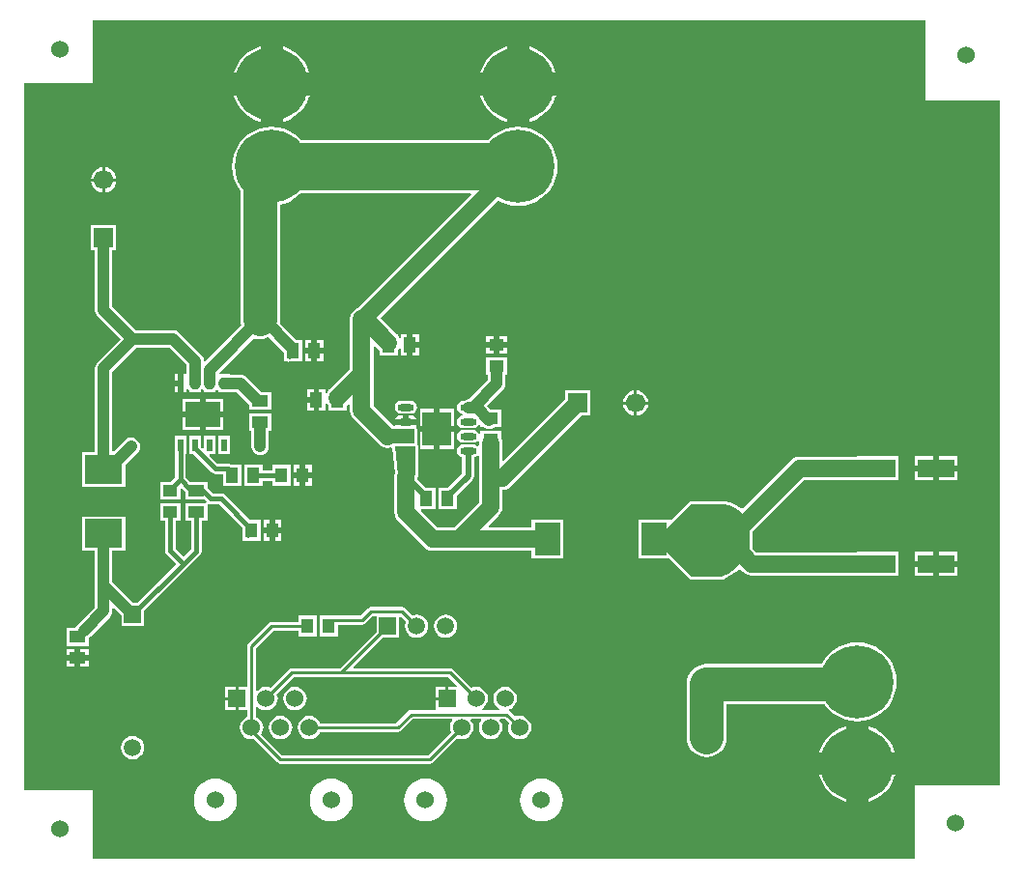
<source format=gtl>
G04*
G04 #@! TF.GenerationSoftware,Altium Limited,Altium Designer,20.0.12 (288)*
G04*
G04 Layer_Physical_Order=1*
G04 Layer_Color=255*
%FSLAX25Y25*%
%MOIN*%
G70*
G01*
G75*
%ADD12C,0.01000*%
%ADD16R,0.04134X0.05118*%
%ADD17R,0.05118X0.04134*%
%ADD18R,0.12795X0.09843*%
%ADD19R,0.09843X0.11811*%
%ADD20O,0.05709X0.02362*%
%ADD21R,0.01968X0.04331*%
%ADD22R,0.12205X0.08661*%
%ADD23R,0.12598X0.06299*%
%ADD24R,0.04134X0.05512*%
%ADD25R,0.05512X0.04134*%
%ADD26R,0.09055X0.11417*%
%ADD48C,0.04000*%
%ADD49C,0.01500*%
%ADD50C,0.11811*%
%ADD51C,0.06000*%
%ADD52C,0.16200*%
%ADD53C,0.02000*%
%ADD54R,0.09449X0.05512*%
%ADD55C,0.25197*%
%ADD56R,0.05906X0.05906*%
%ADD57C,0.05906*%
%ADD58C,0.06000*%
%ADD59R,0.06000X0.06000*%
%ADD60R,0.05906X0.05906*%
%ADD61R,0.06693X0.06693*%
%ADD62C,0.06693*%
%ADD63R,0.06693X0.06693*%
%ADD64C,0.02362*%
G36*
X397638Y285433D02*
X423228Y285433D01*
Y49213D01*
X393701D01*
Y23622D01*
X110236Y23622D01*
Y47244D01*
X86614Y47244D01*
X86614Y291339D01*
X110236Y291339D01*
X110236Y312992D01*
X397638Y312992D01*
X397638Y285433D01*
D02*
G37*
%LPC*%
G36*
X260937Y304040D02*
Y294937D01*
X270040D01*
X269973Y295215D01*
X269154Y297193D01*
X268035Y299018D01*
X266645Y300645D01*
X265018Y302035D01*
X263193Y303154D01*
X261215Y303973D01*
X260937Y304040D01*
D02*
G37*
G36*
X175937D02*
Y294937D01*
X185040D01*
X184973Y295215D01*
X184154Y297193D01*
X183035Y299018D01*
X181645Y300645D01*
X180018Y302035D01*
X178193Y303154D01*
X176215Y303973D01*
X175937Y304040D01*
D02*
G37*
G36*
X253063D02*
X252785Y303973D01*
X250807Y303154D01*
X248982Y302035D01*
X247355Y300645D01*
X245965Y299018D01*
X244846Y297193D01*
X244027Y295215D01*
X243960Y294937D01*
X253063D01*
Y304040D01*
D02*
G37*
G36*
X168063D02*
X167785Y303973D01*
X165807Y303154D01*
X163982Y302035D01*
X162355Y300645D01*
X160965Y299018D01*
X159846Y297193D01*
X159027Y295215D01*
X158960Y294937D01*
X168063D01*
Y304040D01*
D02*
G37*
G36*
X270040Y287063D02*
X260937D01*
Y277960D01*
X261215Y278027D01*
X263193Y278846D01*
X265018Y279965D01*
X266645Y281355D01*
X268035Y282982D01*
X269154Y284807D01*
X269973Y286785D01*
X270040Y287063D01*
D02*
G37*
G36*
X185040D02*
X175937D01*
Y277960D01*
X176215Y278027D01*
X178193Y278846D01*
X180018Y279965D01*
X181645Y281355D01*
X183035Y282982D01*
X184154Y284807D01*
X184973Y286785D01*
X185040Y287063D01*
D02*
G37*
G36*
X253063D02*
X243960D01*
X244027Y286785D01*
X244846Y284807D01*
X245965Y282982D01*
X247355Y281355D01*
X248982Y279965D01*
X250807Y278846D01*
X252785Y278027D01*
X253063Y277960D01*
Y287063D01*
D02*
G37*
G36*
X168063D02*
X158960D01*
X159027Y286785D01*
X159846Y284807D01*
X160965Y282982D01*
X162355Y281355D01*
X163982Y279965D01*
X165807Y278846D01*
X167785Y278027D01*
X168063Y277960D01*
Y287063D01*
D02*
G37*
G36*
X257000Y276294D02*
X254866Y276126D01*
X252785Y275626D01*
X250807Y274807D01*
X248982Y273689D01*
X247355Y272299D01*
X246927Y271798D01*
X182073D01*
X181645Y272299D01*
X180018Y273689D01*
X178193Y274807D01*
X176215Y275626D01*
X174134Y276126D01*
X172000Y276294D01*
X169866Y276126D01*
X167785Y275626D01*
X165807Y274807D01*
X163982Y273689D01*
X162355Y272299D01*
X160965Y270671D01*
X159846Y268846D01*
X159027Y266869D01*
X158528Y264787D01*
X158360Y262653D01*
X158528Y260520D01*
X159027Y258438D01*
X159846Y256461D01*
X160965Y254636D01*
X161061Y254523D01*
Y210000D01*
X161194Y208646D01*
X161467Y207747D01*
X148949Y195228D01*
X148486Y195419D01*
Y195539D01*
X148383Y196323D01*
X148081Y197052D01*
X147600Y197679D01*
X147600Y197679D01*
X140140Y205140D01*
X139513Y205621D01*
X138783Y205923D01*
X138000Y206026D01*
X125253D01*
X117026Y214253D01*
Y233653D01*
X118347D01*
Y242347D01*
X109653D01*
Y233653D01*
X110974D01*
Y213000D01*
X111077Y212217D01*
X111380Y211487D01*
X111860Y210860D01*
X119721Y203000D01*
X111860Y195140D01*
X111380Y194513D01*
X111077Y193783D01*
X110974Y193000D01*
Y163921D01*
X106602D01*
Y152079D01*
X121398D01*
Y159642D01*
X125616Y163860D01*
X126097Y164487D01*
X126399Y165217D01*
X126502Y166000D01*
X126399Y166783D01*
X126097Y167513D01*
X125616Y168140D01*
X124989Y168621D01*
X124259Y168923D01*
X123476Y169026D01*
X122693Y168923D01*
X121963Y168621D01*
X121337Y168140D01*
X117526Y164329D01*
X117026Y164536D01*
Y191747D01*
X125253Y199974D01*
X136747D01*
X142435Y194286D01*
Y190921D01*
X141445D01*
Y187756D01*
Y184591D01*
X142445D01*
Y185937D01*
X142945Y186106D01*
X143321Y185616D01*
X143476Y185497D01*
Y184591D01*
X147445D01*
Y185497D01*
X147600Y185616D01*
X147629Y185654D01*
X148167Y185679D01*
X148476Y185370D01*
Y184591D01*
X152445D01*
Y185370D01*
X152754Y185679D01*
X153292Y185654D01*
X153321Y185616D01*
X153476Y185497D01*
Y184591D01*
X157445D01*
Y184730D01*
X159943D01*
X164244Y180429D01*
Y178575D01*
X171756D01*
Y184709D01*
X168523D01*
X163337Y189895D01*
X162710Y190376D01*
X161980Y190679D01*
X161197Y190782D01*
X157445D01*
Y190921D01*
X153908D01*
X153700Y191421D01*
X165747Y203467D01*
X166646Y203194D01*
X168000Y203061D01*
X169354Y203194D01*
X170655Y203589D01*
X170996Y203772D01*
X176291Y198477D01*
Y196892D01*
X176262Y196744D01*
X176291Y196596D01*
Y195244D01*
X177644D01*
X177791Y195215D01*
X177939Y195244D01*
X182425D01*
Y202756D01*
X180571D01*
X174776Y208550D01*
X174806Y208646D01*
X174939Y210000D01*
Y249374D01*
X176215Y249681D01*
X178193Y250500D01*
X180018Y251618D01*
X181645Y253008D01*
X182073Y253509D01*
X240674D01*
X240865Y253048D01*
X201545Y213727D01*
X200983Y213494D01*
X200147Y212853D01*
X199506Y212017D01*
X199103Y211044D01*
X198966Y210000D01*
Y192718D01*
X192003Y185756D01*
X191575D01*
Y185263D01*
X191148Y184706D01*
X190925Y184169D01*
X190425Y184268D01*
Y185756D01*
X188342D01*
Y182000D01*
Y178244D01*
X190425D01*
Y181109D01*
X190925Y181209D01*
X191148Y180672D01*
X191575Y180115D01*
Y178244D01*
X197709D01*
Y180050D01*
X198503Y180845D01*
X198966Y180654D01*
Y178453D01*
X198966Y178453D01*
X199103Y177409D01*
X199506Y176436D01*
X200147Y175600D01*
X209100Y166647D01*
X209936Y166006D01*
X210909Y165603D01*
X211953Y165465D01*
X212998Y165603D01*
X213107Y165648D01*
X213536Y165392D01*
X214390Y156856D01*
X214375Y156820D01*
X214237Y155776D01*
Y143228D01*
X214237Y143228D01*
X214375Y142184D01*
X214778Y141211D01*
X215419Y140375D01*
X224647Y131147D01*
X224647Y131147D01*
X225483Y130506D01*
X226456Y130103D01*
X227500Y129965D01*
X236500D01*
X236500Y129965D01*
X236500Y129965D01*
X261567D01*
Y127291D01*
X272622D01*
Y140709D01*
X261567D01*
Y138034D01*
X246894D01*
X246702Y138496D01*
X250353Y142147D01*
X250994Y142983D01*
X251397Y143956D01*
X251535Y145000D01*
X251535Y145000D01*
Y150970D01*
X252544Y151103D01*
X253517Y151506D01*
X254353Y152147D01*
X278859Y176654D01*
X281846D01*
Y183699D01*
X281876Y183846D01*
X281846Y183994D01*
Y185346D01*
X280494D01*
X280346Y185376D01*
X280199Y185346D01*
X273153D01*
Y182359D01*
X251996Y161202D01*
X251535Y161393D01*
Y167000D01*
X251397Y168044D01*
X251059Y168860D01*
Y171425D01*
X243941D01*
Y170535D01*
X243478Y170367D01*
X243441Y170374D01*
X242974Y171072D01*
X242253Y171555D01*
X241402Y171724D01*
X238055D01*
X237204Y171555D01*
X236483Y171072D01*
X236001Y170351D01*
X235831Y169500D01*
X236001Y168649D01*
X236483Y167928D01*
X237204Y167446D01*
X238055Y167276D01*
X241402D01*
X242253Y167446D01*
X242974Y167928D01*
X243084Y167934D01*
X243526Y167461D01*
X243465Y167000D01*
Y166237D01*
X242974Y166072D01*
X242253Y166554D01*
X241402Y166724D01*
X238055D01*
X237204Y166554D01*
X236483Y166072D01*
X236001Y165351D01*
X235831Y164500D01*
X236001Y163649D01*
X236483Y162927D01*
X237204Y162445D01*
X237689Y162349D01*
Y156620D01*
X232825Y151756D01*
X229575D01*
Y144244D01*
X235709D01*
Y148872D01*
X241170Y154334D01*
X241612Y154995D01*
X241768Y155776D01*
Y162349D01*
X242253Y162445D01*
X242974Y162927D01*
X243465Y162763D01*
Y155000D01*
Y146671D01*
X234829Y138034D01*
X229171D01*
X223424Y143782D01*
X223615Y144244D01*
X228425D01*
Y151756D01*
X225175D01*
X222306Y154625D01*
Y155407D01*
X222442Y155610D01*
X222520Y156000D01*
Y166000D01*
X222442Y166390D01*
X222221Y166721D01*
X222036Y166845D01*
X222066Y167000D01*
Y168985D01*
X222169Y169500D01*
X222066Y170015D01*
Y172000D01*
X221989Y172390D01*
X221851Y172596D01*
X221851Y172596D01*
X221768Y172721D01*
X221739Y173250D01*
X221742Y173264D01*
X221910Y173516D01*
X218272D01*
X214454D01*
X214241Y173202D01*
X213985Y173174D01*
X207034Y180124D01*
Y191000D01*
Y200654D01*
X207497Y200845D01*
X209291Y199050D01*
Y197244D01*
X215425D01*
Y199115D01*
X215852Y199672D01*
X216075Y200209D01*
X216575Y200110D01*
Y197244D01*
X218657D01*
Y201000D01*
Y204756D01*
X216575D01*
Y203269D01*
X216075Y203169D01*
X215852Y203706D01*
X215425Y204263D01*
Y204756D01*
X214997D01*
X209491Y210262D01*
X250139Y250909D01*
X250807Y250500D01*
X252785Y249681D01*
X254866Y249181D01*
X257000Y249013D01*
X259134Y249181D01*
X261215Y249681D01*
X263193Y250500D01*
X265018Y251618D01*
X266645Y253008D01*
X268035Y254636D01*
X269154Y256461D01*
X269973Y258438D01*
X270473Y260520D01*
X270640Y262653D01*
X270473Y264787D01*
X269973Y266869D01*
X269154Y268846D01*
X268035Y270671D01*
X266645Y272299D01*
X265018Y273689D01*
X263193Y274807D01*
X261215Y275626D01*
X259134Y276126D01*
X257000Y276294D01*
D02*
G37*
G36*
X114500Y262318D02*
Y258500D01*
X118318D01*
X118235Y259135D01*
X117797Y260192D01*
X117100Y261100D01*
X116192Y261797D01*
X115135Y262235D01*
X114500Y262318D01*
D02*
G37*
G36*
X113500D02*
X112865Y262235D01*
X111808Y261797D01*
X110900Y261100D01*
X110203Y260192D01*
X109765Y259135D01*
X109682Y258500D01*
X113500D01*
Y262318D01*
D02*
G37*
G36*
X118318Y257500D02*
X114500D01*
Y253682D01*
X115135Y253765D01*
X116192Y254203D01*
X117100Y254900D01*
X117797Y255808D01*
X118235Y256865D01*
X118318Y257500D01*
D02*
G37*
G36*
X113500D02*
X109682D01*
X109765Y256865D01*
X110203Y255808D01*
X110900Y254900D01*
X111808Y254203D01*
X112865Y253765D01*
X113500Y253682D01*
Y257500D01*
D02*
G37*
G36*
X222709Y204756D02*
X220626D01*
Y201984D01*
X222709D01*
Y204756D01*
D02*
G37*
G36*
X253059Y204067D02*
X250484D01*
Y201984D01*
X253059D01*
Y204067D01*
D02*
G37*
G36*
X248516D02*
X245941D01*
Y201984D01*
X248516D01*
Y204067D01*
D02*
G37*
G36*
X189709Y202756D02*
X187626D01*
Y199984D01*
X189709D01*
Y202756D01*
D02*
G37*
G36*
X185658D02*
X183575D01*
Y199984D01*
X185658D01*
Y202756D01*
D02*
G37*
G36*
X253059Y200016D02*
X250484D01*
Y197933D01*
X253059D01*
Y200016D01*
D02*
G37*
G36*
X248516D02*
X245941D01*
Y197933D01*
X248516D01*
Y200016D01*
D02*
G37*
G36*
X222709Y200016D02*
X220626D01*
Y197244D01*
X222709D01*
Y200016D01*
D02*
G37*
G36*
X189709Y198016D02*
X187626D01*
Y195244D01*
X189709D01*
Y198016D01*
D02*
G37*
G36*
X185658D02*
X183575D01*
Y195244D01*
X185658D01*
Y198016D01*
D02*
G37*
G36*
X139476Y190921D02*
X138476D01*
Y188740D01*
X139476D01*
Y190921D01*
D02*
G37*
G36*
Y186772D02*
X138476D01*
Y184591D01*
X139476D01*
Y186772D01*
D02*
G37*
G36*
X186374Y185756D02*
X184291D01*
Y182984D01*
X186374D01*
Y185756D01*
D02*
G37*
G36*
X298000Y185318D02*
Y181500D01*
X301818D01*
X301735Y182135D01*
X301297Y183192D01*
X300600Y184100D01*
X299692Y184797D01*
X298635Y185235D01*
X298000Y185318D01*
D02*
G37*
G36*
X297000D02*
X296365Y185235D01*
X295308Y184797D01*
X294400Y184100D01*
X293703Y183192D01*
X293265Y182135D01*
X293182Y181500D01*
X297000D01*
Y185318D01*
D02*
G37*
G36*
X186374Y181016D02*
X184291D01*
Y178244D01*
X186374D01*
Y181016D01*
D02*
G37*
G36*
X155260Y182358D02*
X149142D01*
Y178012D01*
X155260D01*
Y182358D01*
D02*
G37*
G36*
X147173D02*
X141055D01*
Y178012D01*
X147173D01*
Y182358D01*
D02*
G37*
G36*
X219945Y181724D02*
X216598D01*
X215747Y181554D01*
X215026Y181072D01*
X214544Y180351D01*
X214375Y179500D01*
X214544Y178649D01*
X215026Y177927D01*
X215747Y177445D01*
X216598Y177276D01*
X219945D01*
X220796Y177445D01*
X221517Y177927D01*
X221999Y178649D01*
X222169Y179500D01*
X221999Y180351D01*
X221517Y181072D01*
X220796Y181554D01*
X219945Y181724D01*
D02*
G37*
G36*
X301818Y180500D02*
X298000D01*
Y176682D01*
X298635Y176765D01*
X299692Y177203D01*
X300600Y177900D01*
X301297Y178808D01*
X301735Y179865D01*
X301818Y180500D01*
D02*
G37*
G36*
X297000D02*
X293182D01*
X293265Y179865D01*
X293703Y178808D01*
X294400Y177900D01*
X295308Y177203D01*
X296365Y176765D01*
X297000Y176682D01*
Y180500D01*
D02*
G37*
G36*
X219945Y176724D02*
X219256D01*
Y175484D01*
X221910D01*
X221517Y176073D01*
X220796Y176555D01*
X219945Y176724D01*
D02*
G37*
G36*
X217287D02*
X216598D01*
X215747Y176555D01*
X215026Y176073D01*
X214633Y175484D01*
X217287D01*
Y176724D01*
D02*
G37*
G36*
X234921Y178905D02*
X229984D01*
Y172984D01*
X234921D01*
Y178905D01*
D02*
G37*
G36*
X228016D02*
X223079D01*
Y172984D01*
X228016D01*
Y178905D01*
D02*
G37*
G36*
X253059Y196783D02*
X245941D01*
Y190650D01*
X246474D01*
Y188852D01*
X239872Y182250D01*
X239206Y182162D01*
X238476Y181860D01*
X238299Y181724D01*
X238055D01*
X237204Y181554D01*
X236483Y181072D01*
X236001Y180351D01*
X235831Y179500D01*
X236001Y178649D01*
X236483Y177927D01*
X237204Y177445D01*
X237652Y177356D01*
X237788Y177180D01*
X237734Y176858D01*
X237629Y176639D01*
X237204Y176555D01*
X236483Y176073D01*
X236001Y175351D01*
X235831Y174500D01*
X236001Y173649D01*
X236483Y172927D01*
X237204Y172445D01*
X238055Y172276D01*
X241402D01*
X242253Y172445D01*
X242974Y172927D01*
X243423Y173599D01*
X243477Y173629D01*
X243891Y173484D01*
X243941Y173465D01*
Y172575D01*
X245240D01*
X245495Y172380D01*
X246225Y172077D01*
X247008Y171974D01*
X247791Y172077D01*
X248521Y172380D01*
X248775Y172575D01*
X251059D01*
Y178709D01*
X247579D01*
X246234Y180053D01*
X251640Y185459D01*
X251640Y185459D01*
X252120Y186085D01*
X252423Y186815D01*
X252526Y187598D01*
X252526Y187599D01*
Y190650D01*
X253059D01*
Y196783D01*
D02*
G37*
G36*
X155260Y176043D02*
X149142D01*
Y171697D01*
X155260D01*
Y176043D01*
D02*
G37*
G36*
X147173D02*
X141055D01*
Y171697D01*
X147173D01*
Y176043D01*
D02*
G37*
G36*
X152445Y169661D02*
X148476D01*
Y165476D01*
X148014Y165285D01*
X147445Y165854D01*
Y169661D01*
X143476D01*
Y163331D01*
X144922D01*
X151258Y156994D01*
X151837Y156607D01*
X152520Y156472D01*
X155291D01*
Y152244D01*
X161425D01*
Y159756D01*
X157696D01*
X157474Y159904D01*
X156791Y160040D01*
X153259D01*
X150430Y162869D01*
X150621Y163331D01*
X152445D01*
Y169661D01*
D02*
G37*
G36*
X234921Y171016D02*
X229984D01*
Y165094D01*
X234921D01*
Y171016D01*
D02*
G37*
G36*
X228016D02*
X223079D01*
Y165094D01*
X228016D01*
Y171016D01*
D02*
G37*
G36*
X157445Y169661D02*
X153476D01*
Y163331D01*
X157445D01*
Y169661D01*
D02*
G37*
G36*
X171756Y177425D02*
X164244D01*
Y171291D01*
X164974D01*
Y166000D01*
X165077Y165217D01*
X165380Y164487D01*
X165860Y163860D01*
X166487Y163380D01*
X167217Y163077D01*
X168000Y162974D01*
X168783Y163077D01*
X169513Y163380D01*
X170140Y163860D01*
X170621Y164487D01*
X170923Y165217D01*
X171026Y166000D01*
Y171291D01*
X171756D01*
Y177425D01*
D02*
G37*
G36*
X388299Y162650D02*
X373701D01*
Y162534D01*
X354067D01*
X354067Y162534D01*
X353023Y162397D01*
X352050Y161994D01*
X351214Y161353D01*
X334481Y144620D01*
X333941Y144615D01*
X332303Y145710D01*
X332210Y145748D01*
X332127Y145804D01*
X330307Y146558D01*
X330209Y146577D01*
X330116Y146616D01*
X328184Y147000D01*
X328083D01*
X327985Y147020D01*
X316472D01*
X316082Y146942D01*
X315752Y146721D01*
X309890Y140859D01*
X309433Y140709D01*
Y140709D01*
X309433Y140709D01*
X298378D01*
Y127291D01*
X309215D01*
X316276Y120282D01*
Y120008D01*
X316862D01*
X317000Y119980D01*
X327000D01*
X327020Y119984D01*
X327041Y119981D01*
X327151Y120008D01*
X327724D01*
Y120189D01*
X328220Y120385D01*
X328265Y120413D01*
X328315Y120428D01*
X329931Y121265D01*
X329973Y121298D01*
X330022Y121318D01*
X331544Y122316D01*
X331581Y122353D01*
X331628Y122377D01*
X333040Y123526D01*
X333052Y123540D01*
X333448Y123846D01*
X334647Y122647D01*
X335483Y122006D01*
X336456Y121603D01*
X337500Y121466D01*
X373701D01*
Y121350D01*
X388299D01*
Y129650D01*
X373701D01*
Y129534D01*
X339171D01*
X337969Y130737D01*
X337976Y130778D01*
X338017Y130928D01*
X338012Y130964D01*
X338020Y131000D01*
Y136747D01*
X355738Y154465D01*
X373701D01*
Y154350D01*
X388299D01*
Y162650D01*
D02*
G37*
G36*
X408378D02*
X402063D01*
Y159484D01*
X408378D01*
Y162650D01*
D02*
G37*
G36*
X400095D02*
X393779D01*
Y159484D01*
X400095D01*
Y162650D01*
D02*
G37*
G36*
X185709Y159559D02*
X183626D01*
Y156984D01*
X185709D01*
Y159559D01*
D02*
G37*
G36*
X181658D02*
X179575D01*
Y156984D01*
X181658D01*
Y159559D01*
D02*
G37*
G36*
X408378Y157516D02*
X402063D01*
Y154350D01*
X408378D01*
Y157516D01*
D02*
G37*
G36*
X400095D02*
X393779D01*
Y154350D01*
X400095D01*
Y157516D01*
D02*
G37*
G36*
X142445Y169661D02*
X138476D01*
Y163331D01*
X138676D01*
Y155334D01*
X137051Y153709D01*
X135089D01*
X134941Y153738D01*
X134793Y153709D01*
X133441D01*
Y152357D01*
X133412Y152209D01*
X133441Y152061D01*
Y147575D01*
X140559D01*
Y151319D01*
X141021Y151511D01*
X142244Y150288D01*
Y147575D01*
X148902D01*
X149551Y146925D01*
X149344Y146425D01*
X142244D01*
Y140291D01*
X144216D01*
Y130568D01*
X141586Y127938D01*
X138784Y130739D01*
Y140291D01*
X140559D01*
Y146425D01*
X133441D01*
Y140291D01*
X135216D01*
Y130000D01*
X135352Y129317D01*
X135738Y128738D01*
X139010Y125467D01*
X125429Y111886D01*
X124327D01*
X117026Y119186D01*
Y130032D01*
X121398D01*
Y141874D01*
X106602D01*
Y130032D01*
X110974D01*
Y117933D01*
Y110537D01*
X105116Y104679D01*
X104635Y104052D01*
X104345Y103350D01*
X101244D01*
Y97216D01*
X108756D01*
Y99914D01*
X108769Y99919D01*
X109396Y100400D01*
X116140Y107144D01*
X116140Y107144D01*
X116621Y107771D01*
X116923Y108500D01*
X117026Y109283D01*
Y109975D01*
X117488Y110166D01*
X120047Y107607D01*
Y103980D01*
X127953D01*
Y109362D01*
X142532Y123942D01*
X142848Y124153D01*
X147262Y128567D01*
X147262Y128567D01*
X147649Y129146D01*
X147784Y129828D01*
X147784Y129829D01*
Y140291D01*
X149756D01*
Y146125D01*
X150256Y146393D01*
X150317Y146352D01*
X151000Y146216D01*
X153753D01*
X161933Y138036D01*
Y135089D01*
X161904Y134941D01*
X161933Y134793D01*
Y133441D01*
X163285D01*
X163433Y133412D01*
X163581Y133441D01*
X168067D01*
Y140559D01*
X164456D01*
X155754Y149262D01*
X155175Y149648D01*
X154492Y149784D01*
X151739D01*
X149756Y151768D01*
Y153709D01*
X143870D01*
X142245Y155334D01*
Y163331D01*
X142445D01*
Y169661D01*
D02*
G37*
G36*
X185709Y155016D02*
X183626D01*
Y152441D01*
X185709D01*
Y155016D01*
D02*
G37*
G36*
X181658D02*
X179575D01*
Y152441D01*
X181658D01*
Y155016D01*
D02*
G37*
G36*
X168709Y159756D02*
X162575D01*
Y152244D01*
X168709D01*
Y154216D01*
X172291D01*
Y152441D01*
X178425D01*
Y159559D01*
X172291D01*
Y157784D01*
X168709D01*
Y159756D01*
D02*
G37*
G36*
X175350Y140559D02*
X173268D01*
Y137984D01*
X175350D01*
Y140559D01*
D02*
G37*
G36*
X171299D02*
X169217D01*
Y137984D01*
X171299D01*
Y140559D01*
D02*
G37*
G36*
X175350Y136016D02*
X173268D01*
Y133441D01*
X175350D01*
Y136016D01*
D02*
G37*
G36*
X171299D02*
X169217D01*
Y133441D01*
X171299D01*
Y136016D01*
D02*
G37*
G36*
X408378Y129650D02*
X402063D01*
Y126484D01*
X408378D01*
Y129650D01*
D02*
G37*
G36*
X400095D02*
X393779D01*
Y126484D01*
X400095D01*
Y129650D01*
D02*
G37*
G36*
X408378Y124516D02*
X402063D01*
Y121350D01*
X408378D01*
Y124516D01*
D02*
G37*
G36*
X400095D02*
X393779D01*
Y121350D01*
X400095D01*
Y124516D01*
D02*
G37*
G36*
X216957Y110573D02*
X206179D01*
X205593Y110456D01*
X205097Y110125D01*
X202561Y107588D01*
X193209D01*
X193061Y107559D01*
X188575D01*
Y100441D01*
X194709D01*
Y104530D01*
X203194D01*
X203780Y104646D01*
X204276Y104978D01*
X206812Y107514D01*
X208047D01*
Y102210D01*
X195367Y89529D01*
X179000D01*
X178415Y89413D01*
X177919Y89081D01*
X171532Y82695D01*
X171044Y82897D01*
X170000Y83034D01*
X168956Y82897D01*
X167983Y82494D01*
X167147Y81853D01*
X167003Y81665D01*
X166529Y81826D01*
Y96367D01*
X172634Y102471D01*
X181291D01*
Y100441D01*
X187425D01*
Y107559D01*
X181291D01*
Y105529D01*
X172000D01*
X171415Y105413D01*
X170919Y105081D01*
X163919Y98081D01*
X163587Y97585D01*
X163471Y97000D01*
Y83000D01*
X160500D01*
Y79000D01*
Y75000D01*
X163471D01*
Y72696D01*
X162983Y72494D01*
X162147Y71853D01*
X161506Y71017D01*
X161103Y70044D01*
X160966Y69000D01*
X161103Y67956D01*
X161506Y66983D01*
X162147Y66147D01*
X162983Y65506D01*
X163956Y65103D01*
X165000Y64965D01*
X165770Y65067D01*
X173919Y56919D01*
X174415Y56587D01*
X175000Y56471D01*
X226500D01*
X227085Y56587D01*
X227581Y56919D01*
X235968Y65305D01*
X236456Y65103D01*
X237500Y64965D01*
X238544Y65103D01*
X239517Y65506D01*
X240353Y66147D01*
X240994Y66983D01*
X241397Y67956D01*
X241534Y69000D01*
X241397Y70044D01*
X240994Y71017D01*
X240646Y71471D01*
X240893Y71971D01*
X244107D01*
X244354Y71471D01*
X244006Y71017D01*
X243603Y70044D01*
X243465Y69000D01*
X243603Y67956D01*
X244006Y66983D01*
X244647Y66147D01*
X245483Y65506D01*
X246456Y65103D01*
X247500Y64965D01*
X248544Y65103D01*
X249517Y65506D01*
X250353Y66147D01*
X250994Y66983D01*
X251397Y67956D01*
X251535Y69000D01*
X251397Y70044D01*
X250994Y71017D01*
X250646Y71471D01*
X250893Y71971D01*
X252366D01*
X253805Y70532D01*
X253603Y70044D01*
X253466Y69000D01*
X253603Y67956D01*
X254006Y66983D01*
X254647Y66147D01*
X255483Y65506D01*
X256456Y65103D01*
X257500Y64965D01*
X258544Y65103D01*
X259517Y65506D01*
X260353Y66147D01*
X260994Y66983D01*
X261397Y67956D01*
X261535Y69000D01*
X261397Y70044D01*
X260994Y71017D01*
X260353Y71853D01*
X259517Y72494D01*
X258544Y72897D01*
X257500Y73035D01*
X256456Y72897D01*
X255968Y72695D01*
X254081Y74581D01*
X253894Y74707D01*
X253950Y75271D01*
X254517Y75506D01*
X255353Y76147D01*
X255994Y76983D01*
X256397Y77956D01*
X256535Y79000D01*
X256397Y80044D01*
X255994Y81017D01*
X255353Y81853D01*
X254517Y82494D01*
X253544Y82897D01*
X252500Y83034D01*
X251456Y82897D01*
X250483Y82494D01*
X249647Y81853D01*
X249006Y81017D01*
X248603Y80044D01*
X248465Y79000D01*
X248603Y77956D01*
X249006Y76983D01*
X249647Y76147D01*
X250452Y75529D01*
X250455Y75476D01*
X250200Y75029D01*
X244800D01*
X244545Y75476D01*
X244548Y75529D01*
X245353Y76147D01*
X245994Y76983D01*
X246397Y77956D01*
X246534Y79000D01*
X246397Y80044D01*
X245994Y81017D01*
X245353Y81853D01*
X244517Y82494D01*
X243544Y82897D01*
X242500Y83034D01*
X241456Y82897D01*
X240968Y82695D01*
X234581Y89081D01*
X234085Y89413D01*
X233500Y89529D01*
X200346D01*
X200154Y89991D01*
X210210Y100047D01*
X215953D01*
Y107201D01*
X216453Y107384D01*
X218341Y105496D01*
X218149Y105032D01*
X218013Y104000D01*
X218149Y102968D01*
X218547Y102007D01*
X219181Y101181D01*
X220007Y100547D01*
X220968Y100149D01*
X222000Y100013D01*
X223032Y100149D01*
X223993Y100547D01*
X224819Y101181D01*
X225453Y102007D01*
X225851Y102968D01*
X225987Y104000D01*
X225851Y105032D01*
X225453Y105993D01*
X224819Y106819D01*
X223993Y107453D01*
X223032Y107851D01*
X222000Y107987D01*
X220968Y107851D01*
X220504Y107659D01*
X218038Y110125D01*
X217542Y110456D01*
X216957Y110573D01*
D02*
G37*
G36*
X232000Y107987D02*
X230968Y107851D01*
X230007Y107453D01*
X229181Y106819D01*
X228547Y105993D01*
X228149Y105032D01*
X228013Y104000D01*
X228149Y102968D01*
X228547Y102007D01*
X229181Y101181D01*
X230007Y100547D01*
X230968Y100149D01*
X232000Y100013D01*
X233032Y100149D01*
X233993Y100547D01*
X234819Y101181D01*
X235453Y102007D01*
X235851Y102968D01*
X235987Y104000D01*
X235851Y105032D01*
X235453Y105993D01*
X234819Y106819D01*
X233993Y107453D01*
X233032Y107851D01*
X232000Y107987D01*
D02*
G37*
G36*
X108756Y96067D02*
X105984D01*
Y93984D01*
X108756D01*
Y96067D01*
D02*
G37*
G36*
X104016D02*
X101244D01*
Y93984D01*
X104016D01*
Y96067D01*
D02*
G37*
G36*
X108756Y92016D02*
X105984D01*
Y89933D01*
X108756D01*
Y92016D01*
D02*
G37*
G36*
X104016D02*
X101244D01*
Y89933D01*
X104016D01*
Y92016D01*
D02*
G37*
G36*
X159500Y83000D02*
X156000D01*
Y79500D01*
X159500D01*
Y83000D01*
D02*
G37*
G36*
Y78500D02*
X156000D01*
Y75000D01*
X159500D01*
Y78500D01*
D02*
G37*
G36*
X374000Y98487D02*
X371866Y98319D01*
X369785Y97819D01*
X367807Y97000D01*
X365982Y95882D01*
X364355Y94492D01*
X362965Y92864D01*
X361846Y91039D01*
X361805Y90939D01*
X322020D01*
X320666Y90806D01*
X319364Y90411D01*
X318165Y89770D01*
X317113Y88907D01*
X316250Y87855D01*
X315609Y86655D01*
X315214Y85354D01*
X315081Y84000D01*
Y65693D01*
X315214Y64339D01*
X315609Y63038D01*
X316250Y61838D01*
X317113Y60786D01*
X318165Y59923D01*
X319364Y59282D01*
X320666Y58887D01*
X322020Y58754D01*
X323373Y58887D01*
X324675Y59282D01*
X325875Y59923D01*
X326926Y60786D01*
X327789Y61838D01*
X328430Y63038D01*
X328825Y64339D01*
X328959Y65693D01*
Y77061D01*
X362822D01*
X362965Y76829D01*
X364355Y75201D01*
X365982Y73811D01*
X367807Y72693D01*
X369785Y71874D01*
X371866Y71374D01*
X374000Y71206D01*
X376134Y71374D01*
X378215Y71874D01*
X380193Y72693D01*
X382018Y73811D01*
X383645Y75201D01*
X385035Y76829D01*
X386154Y78654D01*
X386973Y80631D01*
X387473Y82713D01*
X387641Y84847D01*
X387473Y86980D01*
X386973Y89062D01*
X386154Y91039D01*
X385035Y92864D01*
X383645Y94492D01*
X382018Y95882D01*
X380193Y97000D01*
X378215Y97819D01*
X376134Y98319D01*
X374000Y98487D01*
D02*
G37*
G36*
X377937Y69540D02*
Y60437D01*
X387040D01*
X386973Y60715D01*
X386154Y62693D01*
X385035Y64518D01*
X383645Y66145D01*
X382018Y67535D01*
X380193Y68654D01*
X378215Y69473D01*
X377937Y69540D01*
D02*
G37*
G36*
X370063D02*
X369785Y69473D01*
X367807Y68654D01*
X365982Y67535D01*
X364355Y66145D01*
X362965Y64518D01*
X361846Y62693D01*
X361027Y60715D01*
X360960Y60437D01*
X370063D01*
Y69540D01*
D02*
G37*
G36*
X124000Y66054D02*
X122968Y65918D01*
X122007Y65520D01*
X121181Y64886D01*
X120547Y64060D01*
X120149Y63099D01*
X120013Y62067D01*
X120149Y61035D01*
X120547Y60074D01*
X121181Y59248D01*
X122007Y58614D01*
X122968Y58216D01*
X124000Y58080D01*
X125032Y58216D01*
X125993Y58614D01*
X126819Y59248D01*
X127453Y60074D01*
X127851Y61035D01*
X127987Y62067D01*
X127851Y63099D01*
X127453Y64060D01*
X126819Y64886D01*
X125993Y65520D01*
X125032Y65918D01*
X124000Y66054D01*
D02*
G37*
G36*
X387040Y52563D02*
X377937D01*
Y43460D01*
X378215Y43527D01*
X380193Y44346D01*
X382018Y45465D01*
X383645Y46855D01*
X385035Y48482D01*
X386154Y50307D01*
X386973Y52285D01*
X387040Y52563D01*
D02*
G37*
G36*
X370063D02*
X360960D01*
X361027Y52285D01*
X361846Y50307D01*
X362965Y48482D01*
X364355Y46855D01*
X365982Y45465D01*
X367807Y44346D01*
X369785Y43527D01*
X370063Y43460D01*
Y52563D01*
D02*
G37*
G36*
X265000Y51433D02*
X263550Y51291D01*
X262155Y50868D01*
X260870Y50181D01*
X259744Y49256D01*
X258819Y48130D01*
X258132Y46845D01*
X257709Y45450D01*
X257567Y44000D01*
X257709Y42550D01*
X258132Y41155D01*
X258819Y39870D01*
X259744Y38744D01*
X260870Y37819D01*
X262155Y37132D01*
X263550Y36709D01*
X265000Y36567D01*
X266450Y36709D01*
X267845Y37132D01*
X269130Y37819D01*
X270256Y38744D01*
X271181Y39870D01*
X271868Y41155D01*
X272291Y42550D01*
X272433Y44000D01*
X272291Y45450D01*
X271868Y46845D01*
X271181Y48130D01*
X270256Y49256D01*
X269130Y50181D01*
X267845Y50868D01*
X266450Y51291D01*
X265000Y51433D01*
D02*
G37*
G36*
X225000D02*
X223550Y51291D01*
X222155Y50868D01*
X220870Y50181D01*
X219744Y49256D01*
X218819Y48130D01*
X218132Y46845D01*
X217709Y45450D01*
X217567Y44000D01*
X217709Y42550D01*
X218132Y41155D01*
X218819Y39870D01*
X219744Y38744D01*
X220870Y37819D01*
X222155Y37132D01*
X223550Y36709D01*
X225000Y36567D01*
X226450Y36709D01*
X227845Y37132D01*
X229130Y37819D01*
X230256Y38744D01*
X231181Y39870D01*
X231868Y41155D01*
X232291Y42550D01*
X232433Y44000D01*
X232291Y45450D01*
X231868Y46845D01*
X231181Y48130D01*
X230256Y49256D01*
X229130Y50181D01*
X227845Y50868D01*
X226450Y51291D01*
X225000Y51433D01*
D02*
G37*
G36*
X192500D02*
X191050Y51291D01*
X189655Y50868D01*
X188370Y50181D01*
X187244Y49256D01*
X186319Y48130D01*
X185632Y46845D01*
X185209Y45450D01*
X185067Y44000D01*
X185209Y42550D01*
X185632Y41155D01*
X186319Y39870D01*
X187244Y38744D01*
X188370Y37819D01*
X189655Y37132D01*
X191050Y36709D01*
X192500Y36567D01*
X193950Y36709D01*
X195345Y37132D01*
X196630Y37819D01*
X197756Y38744D01*
X198681Y39870D01*
X199368Y41155D01*
X199791Y42550D01*
X199933Y44000D01*
X199791Y45450D01*
X199368Y46845D01*
X198681Y48130D01*
X197756Y49256D01*
X196630Y50181D01*
X195345Y50868D01*
X193950Y51291D01*
X192500Y51433D01*
D02*
G37*
G36*
X152500D02*
X151050Y51291D01*
X149655Y50868D01*
X148370Y50181D01*
X147244Y49256D01*
X146319Y48130D01*
X145632Y46845D01*
X145209Y45450D01*
X145067Y44000D01*
X145209Y42550D01*
X145632Y41155D01*
X146319Y39870D01*
X147244Y38744D01*
X148370Y37819D01*
X149655Y37132D01*
X151050Y36709D01*
X152500Y36567D01*
X153950Y36709D01*
X155345Y37132D01*
X156630Y37819D01*
X157756Y38744D01*
X158681Y39870D01*
X159368Y41155D01*
X159791Y42550D01*
X159933Y44000D01*
X159791Y45450D01*
X159368Y46845D01*
X158681Y48130D01*
X157756Y49256D01*
X156630Y50181D01*
X155345Y50868D01*
X153950Y51291D01*
X152500Y51433D01*
D02*
G37*
%LPD*%
G36*
X221047Y167000D02*
X211953D01*
X211953Y172000D01*
X221047D01*
Y167000D01*
D02*
G37*
G36*
X221500Y156000D02*
X215500D01*
X214500Y166000D01*
X221500D01*
Y156000D01*
D02*
G37*
G36*
X329917Y145616D02*
X331737Y144862D01*
X333375Y143767D01*
X334768Y142375D01*
X335862Y140737D01*
X336616Y138917D01*
X337000Y136985D01*
Y136000D01*
Y131000D01*
X337000Y131000D01*
X336666Y130153D01*
X335830Y128537D01*
X334832Y127015D01*
X333683Y125603D01*
X332397Y124317D01*
X330985Y123168D01*
X329463Y122170D01*
X327847Y121334D01*
X327000Y121000D01*
Y121000D01*
X317000D01*
X304189Y133716D01*
X316472Y146000D01*
X327985D01*
X329917Y145616D01*
D02*
G37*
G36*
X235875Y83462D02*
X235684Y83000D01*
X233000D01*
Y79000D01*
X232500D01*
Y78500D01*
X228500D01*
Y75029D01*
X220109D01*
X219523Y74913D01*
X219027Y74581D01*
X214975Y70529D01*
X188696D01*
X188494Y71017D01*
X187853Y71853D01*
X187017Y72494D01*
X186044Y72897D01*
X185000Y73035D01*
X183956Y72897D01*
X182983Y72494D01*
X182147Y71853D01*
X181506Y71017D01*
X181103Y70044D01*
X180965Y69000D01*
X181103Y67956D01*
X181506Y66983D01*
X182147Y66147D01*
X182983Y65506D01*
X183956Y65103D01*
X185000Y64965D01*
X186044Y65103D01*
X187017Y65506D01*
X187853Y66147D01*
X188494Y66983D01*
X188696Y67471D01*
X215609D01*
X216194Y67587D01*
X216690Y67919D01*
X220742Y71971D01*
X234107D01*
X234354Y71471D01*
X234006Y71017D01*
X233603Y70044D01*
X233466Y69000D01*
X233603Y67956D01*
X233805Y67468D01*
X225867Y59529D01*
X175634D01*
X168358Y66805D01*
X168494Y66983D01*
X168897Y67956D01*
X169035Y69000D01*
X168897Y70044D01*
X168494Y71017D01*
X167853Y71853D01*
X167017Y72494D01*
X166529Y72696D01*
Y76174D01*
X167003Y76335D01*
X167147Y76147D01*
X167983Y75506D01*
X168956Y75103D01*
X170000Y74966D01*
X171044Y75103D01*
X172017Y75506D01*
X172853Y76147D01*
X173494Y76983D01*
X173897Y77956D01*
X174035Y79000D01*
X173897Y80044D01*
X173695Y80532D01*
X179633Y86471D01*
X232867D01*
X235875Y83462D01*
D02*
G37*
%LPC*%
G36*
X232000Y83000D02*
X228500D01*
Y79500D01*
X232000D01*
Y83000D01*
D02*
G37*
G36*
X180000Y83034D02*
X178956Y82897D01*
X177983Y82494D01*
X177147Y81853D01*
X176506Y81017D01*
X176103Y80044D01*
X175965Y79000D01*
X176103Y77956D01*
X176506Y76983D01*
X177147Y76147D01*
X177983Y75506D01*
X178956Y75103D01*
X180000Y74966D01*
X181044Y75103D01*
X182017Y75506D01*
X182853Y76147D01*
X183494Y76983D01*
X183897Y77956D01*
X184035Y79000D01*
X183897Y80044D01*
X183494Y81017D01*
X182853Y81853D01*
X182017Y82494D01*
X181044Y82897D01*
X180000Y83034D01*
D02*
G37*
G36*
X175000Y73035D02*
X173956Y72897D01*
X172983Y72494D01*
X172147Y71853D01*
X171506Y71017D01*
X171103Y70044D01*
X170966Y69000D01*
X171103Y67956D01*
X171506Y66983D01*
X172147Y66147D01*
X172983Y65506D01*
X173956Y65103D01*
X175000Y64965D01*
X176044Y65103D01*
X177017Y65506D01*
X177853Y66147D01*
X178494Y66983D01*
X178897Y67956D01*
X179034Y69000D01*
X178897Y70044D01*
X178494Y71017D01*
X177853Y71853D01*
X177017Y72494D01*
X176044Y72897D01*
X175000Y73035D01*
D02*
G37*
%LPD*%
D12*
X373153Y84000D02*
G03*
X374000Y84847I0J847D01*
G01*
X322000Y84000D02*
X322020D01*
X168000Y258653D02*
X172000Y262653D01*
Y104000D02*
X184358D01*
X203524Y210000D02*
X204047D01*
X203000D02*
X203524D01*
X256177Y262653D02*
X257000D01*
X303906Y134000D02*
X304472Y133433D01*
X202953Y191000D02*
X203000D01*
X194642Y182000D02*
Y182689D01*
X212358Y201000D02*
Y201689D01*
X211953Y169500D02*
X218272D01*
X253000Y73500D02*
X257500Y69000D01*
X114000Y158000D02*
X115476D01*
X179358Y198311D02*
Y199000D01*
X177791Y196744D02*
X179358Y198311D01*
X168000Y210000D02*
X169047D01*
X179358Y199000D02*
Y199689D01*
X107256Y101850D02*
Y102539D01*
X105689Y100284D02*
X107256Y101850D01*
X105000Y100284D02*
X105689D01*
X156791Y157567D02*
X158358Y156000D01*
X156791Y158256D02*
X158358Y156689D01*
X196000Y88000D02*
X233500D01*
X179000D02*
X196000D01*
X212000Y104000D01*
X216957Y109043D02*
X222000Y104000D01*
X206179Y109043D02*
X216957D01*
X203194Y106059D02*
X206179Y109043D01*
X193209Y106059D02*
X203194D01*
X191642Y104492D02*
X193209Y106059D01*
X191642Y104000D02*
Y104492D01*
X165000Y97000D02*
X172000Y104000D01*
X165000Y69000D02*
Y97000D01*
X233500Y88000D02*
X242500Y79000D01*
X170000D02*
X179000Y88000D01*
X175000Y58000D02*
X226500D01*
X165864Y67136D02*
X175000Y58000D01*
X165864Y67136D02*
Y68136D01*
X226500Y58000D02*
X237500Y69000D01*
X165000D02*
X165864Y68136D01*
X215609Y69000D02*
X220109Y73500D01*
X185000Y69000D02*
X215609D01*
X220109Y73500D02*
X253000D01*
X141481Y125414D02*
X141586D01*
X165000Y137000D02*
Y137492D01*
Y136508D02*
Y137000D01*
X136508Y150642D02*
X137000D01*
X134941Y152209D02*
X136508Y150642D01*
X143671Y151384D02*
X144569D01*
X145311Y150642D01*
X146000D01*
X137000D02*
Y151134D01*
X158358Y156000D02*
Y156689D01*
X145461Y165315D02*
Y166496D01*
X167311Y181642D02*
X168000D01*
X163433Y134941D02*
X165000Y136508D01*
X372218Y86628D02*
X374000Y84847D01*
X277500Y181000D02*
X280346Y183846D01*
X239728Y179500D02*
X241402D01*
X239728D02*
X239989Y179239D01*
X241402D02*
X242769D01*
X247008Y175642D02*
X247500D01*
X232642Y148000D02*
Y148689D01*
X225358Y148000D02*
Y148689D01*
D16*
X191642Y104000D02*
D03*
X184358D02*
D03*
X175358Y156000D02*
D03*
X182642D02*
D03*
X165000Y137000D02*
D03*
X172283D02*
D03*
D17*
X249500Y193717D02*
D03*
Y201000D02*
D03*
X247500Y168358D02*
D03*
Y175642D02*
D03*
X137000Y150642D02*
D03*
Y143358D02*
D03*
D18*
X114000Y135953D02*
D03*
Y158000D02*
D03*
D19*
X229000Y172000D02*
D03*
D20*
X239728Y164500D02*
D03*
Y169500D02*
D03*
Y174500D02*
D03*
Y179500D02*
D03*
X218272Y164500D02*
D03*
Y169500D02*
D03*
Y174500D02*
D03*
Y179500D02*
D03*
D21*
X145461Y187756D02*
D03*
X150461D02*
D03*
X155461D02*
D03*
X140461D02*
D03*
Y166496D02*
D03*
X155461D02*
D03*
X150461D02*
D03*
X145461D02*
D03*
D22*
X148158Y177028D02*
D03*
D23*
X401079Y158500D02*
D03*
X381000D02*
D03*
X401079Y125500D02*
D03*
X381000D02*
D03*
D24*
X212358Y201000D02*
D03*
X219642D02*
D03*
X194642Y182000D02*
D03*
X187358D02*
D03*
X232642Y148000D02*
D03*
X225358D02*
D03*
X158358Y156000D02*
D03*
X165642D02*
D03*
X179358Y199000D02*
D03*
X186642D02*
D03*
D25*
X105000Y93000D02*
D03*
Y100284D02*
D03*
X146000Y150642D02*
D03*
Y143358D02*
D03*
X168000Y181642D02*
D03*
Y174358D02*
D03*
D26*
X267094Y134000D02*
D03*
X303906D02*
D03*
D48*
X115476Y158000D02*
X123476Y166000D01*
X150461Y192461D02*
X168000Y210000D01*
X169047D02*
X179358Y199689D01*
X150461Y187756D02*
Y192461D01*
X107256Y102539D02*
X114000Y109283D01*
Y117933D01*
X168000Y166000D02*
Y174358D01*
X114000Y117933D02*
X124000Y107933D01*
X114000Y117933D02*
Y135953D01*
Y213000D02*
X124000Y203000D01*
X114000Y213000D02*
Y238000D01*
Y193000D02*
X124000Y203000D01*
X114000Y158000D02*
Y193000D01*
X124000Y203000D02*
X138000D01*
X145461Y195539D01*
Y187756D02*
Y195539D01*
X155461Y187756D02*
X161197D01*
X167311Y181642D01*
X239989Y179239D02*
X241402D01*
X249500Y187598D02*
Y193000D01*
X241402Y179500D02*
X249500Y187598D01*
X242769Y179239D02*
X247008Y175000D01*
D49*
X146000Y129828D02*
Y143358D01*
X141586Y125414D02*
X146000Y129828D01*
X145461Y165315D02*
X152520Y158256D01*
X156791D01*
X124000Y107933D02*
X141481Y125414D01*
X137000Y130000D02*
X141586Y125414D01*
X137000Y130000D02*
Y143358D01*
X146000Y150642D02*
X148358D01*
X151000Y148000D01*
X154492D01*
X165000Y137492D01*
X140461Y154595D02*
Y166496D01*
Y154595D02*
X143671Y151384D01*
X137000Y151134D02*
X140461Y154595D01*
X165642Y156000D02*
X175358D01*
D50*
X322020Y65693D02*
Y84000D01*
X373153D01*
X168000Y210000D02*
Y258653D01*
D51*
X337500Y125500D02*
X381000D01*
X331769Y131231D02*
X337500Y125500D01*
X331769Y131231D02*
Y136202D01*
X354067Y158500D01*
X304472Y133433D02*
X316433D01*
X203000Y191000D02*
Y210000D01*
X203524D02*
X256177Y262653D01*
X354067Y158500D02*
X359488D01*
X203000Y178453D02*
Y191000D01*
X194642Y182689D02*
X202953Y191000D01*
X204047Y210000D02*
X212358Y201689D01*
X203000Y178453D02*
X211953Y169500D01*
X359488Y158500D02*
X381000D01*
X247500Y155000D02*
X251500D01*
X277500Y181000D01*
X247500Y145000D02*
Y155000D01*
Y167000D01*
X236500Y134000D02*
X265094D01*
X236500D02*
X247500Y145000D01*
X227500Y134000D02*
X236500D01*
X218272Y143228D02*
X227500Y134000D01*
X218272Y143228D02*
Y155776D01*
D52*
X172000Y262653D02*
X256177D01*
D53*
X239728Y155776D02*
Y164500D01*
X232642Y148689D02*
X239728Y155776D01*
X218272Y155776D02*
X225358Y148689D01*
D54*
X322000Y123764D02*
D03*
X322020Y141874D02*
D03*
X322000Y84000D02*
D03*
X322020Y65693D02*
D03*
D55*
X257000Y262653D02*
D03*
Y291000D02*
D03*
X374000Y84847D02*
D03*
Y56500D02*
D03*
X172000Y262653D02*
D03*
Y291000D02*
D03*
D56*
X212000Y104000D02*
D03*
D57*
X222000D02*
D03*
X232000D02*
D03*
X124000Y62067D02*
D03*
D58*
X257500Y69000D02*
D03*
X247500D02*
D03*
X237500D02*
D03*
X252500Y79000D02*
D03*
X242500D02*
D03*
X265000Y44000D02*
D03*
X225000D02*
D03*
X185000Y69000D02*
D03*
X175000D02*
D03*
X165000D02*
D03*
X180000Y79000D02*
D03*
X170000D02*
D03*
X192500Y44000D02*
D03*
X152500D02*
D03*
X408000Y36000D02*
D03*
X411417Y301181D02*
D03*
X99000Y34000D02*
D03*
Y303000D02*
D03*
D59*
X232500Y79000D02*
D03*
X160000D02*
D03*
D60*
X124000Y107933D02*
D03*
D61*
X277500Y181000D02*
D03*
D62*
X297500D02*
D03*
X114000Y258000D02*
D03*
D63*
Y238000D02*
D03*
D64*
X123476Y166000D02*
D03*
X168000D02*
D03*
M02*

</source>
